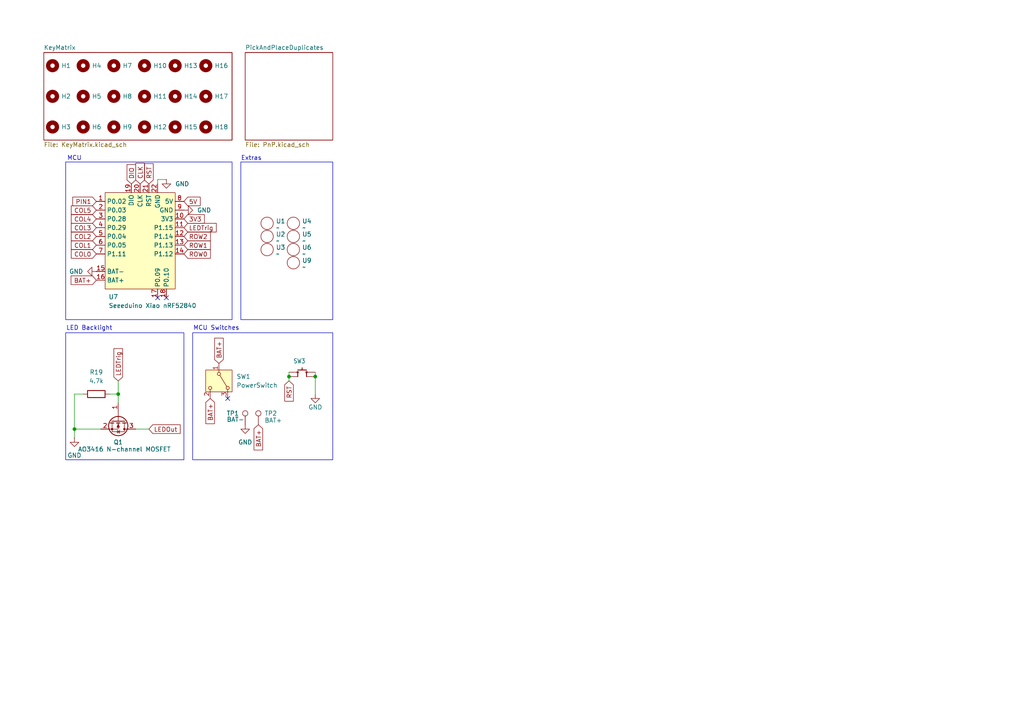
<source format=kicad_sch>
(kicad_sch (version 20231120) (generator "eeschema") (generator_version "8.0")
  (paper "A4")
  (lib_symbols
    (symbol "Connector:TestPoint" (pin_numbers hide) (pin_names (offset 0.762) hide)
      (property "Reference" "TP" (at 0 6.858 0))
      (property "Value" "TestPoint" (at 0 5.08 0))
      (symbol "TestPoint_0_1"
        (circle (center 0 3.302) (radius 0.762))
      )
      (symbol "TestPoint_1_1"
        (pin passive line (at 0 0 90) (length 2.54) (name "1") (number "1"))
      )
    )
    (symbol "Device:Q_NMOS_GSD" (pin_names (offset 0) hide)
      (property "Reference" "Q" (at 5.08 1.27 0))
      (property "Value" "Q_NMOS_GSD" (at 5.08 -1.27 0))
      (symbol "Q_NMOS_GSD_0_1"
        (polyline (pts (xy 0.254 0) (xy -2.54 0)))
        (polyline (pts (xy 0.254 1.905) (xy 0.254 -1.905)) (stroke (width 0.254)))
        (polyline (pts (xy 0.762 -1.27) (xy 0.762 -2.286)) (stroke (width 0.254)))
        (polyline (pts (xy 0.762 0.508) (xy 0.762 -0.508)) (stroke (width 0.254)))
        (polyline (pts (xy 0.762 2.286) (xy 0.762 1.27)) (stroke (width 0.254)))
        (polyline (pts (xy 2.54 2.54) (xy 2.54 1.778)))
        (polyline (pts (xy 2.54 -2.54) (xy 2.54 0) (xy 0.762 0)))
        (polyline (pts (xy 0.762 -1.778) (xy 3.302 -1.778) (xy 3.302 1.778) (xy 0.762 1.778)))
        (polyline (pts (xy 1.016 0) (xy 2.032 0.381) (xy 2.032 -0.381) (xy 1.016 0)) (fill (type outline)))
        (polyline (pts (xy 2.794 0.508) (xy 2.921 0.381) (xy 3.683 0.381) (xy 3.81 0.254)))
        (polyline (pts (xy 3.302 0.381) (xy 2.921 -0.254) (xy 3.683 -0.254) (xy 3.302 0.381)))
        (circle (center 1.651 0) (radius 2.794) (stroke (width 0.254)))
        (circle (center 2.54 -1.778) (radius 0.254) (fill (type outline)))
        (circle (center 2.54 1.778) (radius 0.254) (fill (type outline)))
      )
      (symbol "Q_NMOS_GSD_1_1"
        (pin input line (at -5.08 0 0) (length 2.54) (name "G") (number "1"))
        (pin passive line (at 2.54 -5.08 90) (length 2.54) (name "S") (number "2"))
        (pin passive line (at 2.54 5.08 270) (length 2.54) (name "D") (number "3"))
      )
    )
    (symbol "Mechanical:MountingHole" (pin_names (offset 1.016)) (exclude_from_sim yes) (in_bom no)
      (property "Reference" "H" (at 0 5.08 0))
      (property "Value" "MountingHole" (at 0 3.175 0))
      (symbol "MountingHole_0_1"
        (circle (center 0 0) (radius 1.27) (stroke (width 1.27)))
      )
    )
    (symbol "PCM_4ms_Resistor:10m_1206_250mW" (pin_numbers hide) (pin_names (offset 0))
      (property "Reference" "R" (at 2.032 0 90))
      (property "Display" "10mΩ/250mW" (at 3.81 0 90))
      (symbol "10m_1206_250mW_0_1"
        (rectangle (start -1.016 -2.54) (end 1.016 2.54) (stroke (width 0.254)))
      )
      (symbol "10m_1206_250mW_1_1"
        (pin passive line (at 0 3.81 270) (length 1.27) (name "~") (number "1"))
        (pin passive line (at 0 -3.81 90) (length 1.27) (name "~") (number "2"))
      )
    )
    (symbol "Seeed Studio XIAO nRF52840 v1.1-eagle-import:BUTTON-4P"
      (property "Reference" "K" (at -2.54 2.54 0))
      (symbol "BUTTON-4P_1_0"
        (circle (center -1.27 0) (radius 0.254))
        (polyline (pts (xy -1.27 -1.27) (xy -1.27 0)) (stroke (width 0.254)))
        (polyline (pts (xy -1.27 0.635) (xy 0 0.635)) (stroke (width 0.254)))
        (polyline (pts (xy 0 0.635) (xy 0 1.27)) (stroke (width 0.254)))
        (polyline (pts (xy 0 0.635) (xy 1.27 0.635)) (stroke (width 0.254)))
        (polyline (pts (xy 1.27 0) (xy 1.27 -1.27)) (stroke (width 0.254)))
        (circle (center 1.27 0) (radius 0.254))
        (pin bidirectional line (at -3.81 0 0) (length 2.54) (name "A0") (number "1"))
        (pin bidirectional line (at 3.81 0 180) (length 2.54) (name "B0") (number "2"))
        (pin bidirectional line (at -3.81 -1.27 0) (length 2.54) (name "A1") (number "3"))
        (pin bidirectional line (at 3.81 -1.27 180) (length 2.54) (name "B1") (number "4"))
      )
    )
    (symbol "Switch:SW_Wuerth_450301014042" (pin_names (offset 1) hide)
      (property "Reference" "SW" (at 0 5.08 0))
      (property "Value" "SW_Wuerth_450301014042" (at 0 -5.08 0))
      (symbol "SW_Wuerth_450301014042_0_1"
        (circle (center -2.032 0) (radius 0.4572))
        (polyline (pts (xy -1.651 0.254) (xy 1.651 2.286)))
        (circle (center 2.032 -2.54) (radius 0.4572))
        (circle (center 2.032 2.54) (radius 0.4572))
      )
      (symbol "SW_Wuerth_450301014042_1_1"
        (rectangle (start -3.175 3.81) (end 3.175 -3.81) (fill (type background)))
        (pin passive line (at -5.08 0 0) (length 2.54) (name "B") (number "1"))
        (pin passive line (at 5.08 -2.54 180) (length 2.54) (name "C") (number "2"))
        (pin passive line (at 5.08 2.54 180) (length 2.54) (name "A") (number "3"))
      )
    )
    (symbol "Trackpoint:Solder_Nut"
      (property "Reference" "U" (at 0 0 0))
      (symbol "Solder_Nut_0_1"
        (circle (center 0 0) (radius 1.7961))
      )
    )
    (symbol "power:GND" (power) (pin_numbers hide) (pin_names (offset 0) hide)
      (property "Value" "GND" (at 0 -3.81 0))
      (symbol "GND_0_1"
        (polyline (pts (xy 0 0) (xy 0 -1.27) (xy 1.27 -1.27) (xy 0 -2.54) (xy -1.27 -1.27) (xy 0 -1.27)))
      )
      (symbol "GND_1_1"
        (pin power_in line (at 0 0 270) (length 0) (name "~") (number "1"))
      )
    )
    (symbol "xiao_ble:Seeeduino_Xiao_nRF52840" (in_bom no)
      (property "Reference" "U" (at -10.16 -12.7 0))
      (property "Value" "Seeeduino Xiao nRF52840" (at -10.16 -15.24 0))
      (symbol "Seeeduino_Xiao_nRF52840_1_0"
        (pin bidirectional line (at -12.7 13.97 0) (length 2.54) (name "P0.02") (number "1"))
        (pin power_out line (at 12.7 8.89 180) (length 2.54) (name "3V3") (number "10"))
        (pin bidirectional line (at 12.7 6.35 180) (length 2.54) (name "P1.15") (number "11"))
        (pin bidirectional line (at 12.7 3.81 180) (length 2.54) (name "P1.14") (number "12"))
        (pin bidirectional line (at 12.7 1.27 180) (length 2.54) (name "P1.13") (number "13"))
        (pin bidirectional line (at 12.7 -1.27 180) (length 2.54) (name "P1.12") (number "14"))
        (pin power_in line (at -12.7 -6.35 0) (length 2.54) (name "BAT-") (number "15"))
        (pin power_in line (at -12.7 -8.89 0) (length 2.54) (name "BAT+") (number "16"))
        (pin bidirectional line (at 5.08 -13.97 90) (length 2.54) (name "P0.09") (number "17"))
        (pin bidirectional line (at 7.62 -13.97 90) (length 2.54) (name "P0.10") (number "18"))
        (pin bidirectional line (at -2.54 19.05 270) (length 2.54) (name "DIO") (number "19"))
        (pin bidirectional line (at -12.7 11.43 0) (length 2.54) (name "P0.03") (number "2"))
        (pin bidirectional line (at 0 19.05 270) (length 2.54) (name "CLK") (number "20"))
        (pin bidirectional line (at 2.54 19.05 270) (length 2.54) (name "RST") (number "21"))
        (pin power_out line (at 5.08 19.05 270) (length 2.54) (name "GND") (number "22"))
        (pin bidirectional line (at -12.7 8.89 0) (length 2.54) (name "P0.28") (number "3"))
        (pin bidirectional line (at -12.7 6.35 0) (length 2.54) (name "P0.29") (number "4"))
        (pin bidirectional line (at -12.7 3.81 0) (length 2.54) (name "P0.04") (number "5"))
        (pin bidirectional line (at -12.7 1.27 0) (length 2.54) (name "P0.05") (number "6"))
        (pin bidirectional line (at -12.7 -1.27 0) (length 2.54) (name "P1.11") (number "7"))
        (pin power_out line (at 12.7 13.97 180) (length 2.54) (name "5V") (number "8"))
        (pin power_out line (at 12.7 11.43 180) (length 2.54) (name "GND") (number "9"))
      )
      (symbol "Seeeduino_Xiao_nRF52840_1_1"
        (rectangle (start -10.16 16.51) (end 10.16 -11.43) (fill (type background)))
      )
    )
  )
  (junction (at 83.82 109.22))
  (junction (at 91.44 109.22))
  (junction (at 34.29 114.3))
  (junction (at 21.59 124.46))
  (no_connect (at 45.72 86.36))
  (no_connect (at 66.04 115.57))
  (no_connect (at 48.26 86.36))
  (wire (pts (xy 83.82 107.95) (xy 83.82 109.22)))
  (wire (pts (xy 91.44 109.22) (xy 91.44 107.95)))
  (wire (pts (xy 91.44 109.22) (xy 91.44 114.3)))
  (wire (pts (xy 34.29 114.3) (xy 34.29 116.84)))
  (wire (pts (xy 83.82 110.49) (xy 83.82 109.22)))
  (wire (pts (xy 34.29 110.49) (xy 34.29 114.3)))
  (wire (pts (xy 24.13 114.3) (xy 21.59 114.3)))
  (wire (pts (xy 21.59 124.46) (xy 29.21 124.46)))
  (wire (pts (xy 21.59 124.46) (xy 21.59 127)))
  (wire (pts (xy 48.26 52.07) (xy 45.72 52.07)))
  (wire (pts (xy 31.75 114.3) (xy 34.29 114.3)))
  (wire (pts (xy 21.59 114.3) (xy 21.59 124.46)))
  (wire (pts (xy 45.72 52.07) (xy 45.72 53.34)))
  (wire (pts (xy 39.37 124.46) (xy 43.18 124.46)))
  (rectangle (start 19.05 96.52) (end 53.34 133.35))
  (rectangle (start 19.05 46.99) (end 67.31 92.71))
  (rectangle (start 69.85 46.99) (end 96.52 92.71))
  (rectangle (start 55.88 96.52) (end 96.52 133.35))
  (text "LED Backlight" (at 25.908 95.25 0) (effects (font (size 1.27 1.27))))
  (text "MCU Switches" (at 62.738 95.25 0) (effects (font (size 1.27 1.27))))
  (text "MCU" (at 21.59 45.974 0) (effects (font (size 1.27 1.27))))
  (text "Extras" (at 72.898 45.974 0) (effects (font (size 1.27 1.27))))
  (global_label "LEDTrig" (shape input) (at 34.29 110.49 90) (property "Intersheetrefs" "${INTERSHEET_REFS}" (effects (hide yes))))
  (global_label "DIO" (shape input) (at 38.1 53.34 90) (property "Intersheetrefs" "${INTERSHEET_REFS}" (effects (hide yes))))
  (global_label "COL5" (shape input) (at 27.94 60.96 180) (property "Intersheetrefs" "${INTERSHEET_REFS}" (effects (hide yes))))
  (global_label "CLK" (shape input) (at 40.64 53.34 90) (property "Intersheetrefs" "${INTERSHEET_REFS}" (effects (hide yes))))
  (global_label "5V" (shape input) (at 53.34 58.42 0) (property "Intersheetrefs" "${INTERSHEET_REFS}" (effects (hide yes))))
  (global_label "COL1" (shape input) (at 27.94 71.12 180) (property "Intersheetrefs" "${INTERSHEET_REFS}" (effects (hide yes))))
  (global_label "ROW2" (shape input) (at 53.34 68.58 0) (property "Intersheetrefs" "${INTERSHEET_REFS}" (effects (hide yes))))
  (global_label "LEDOut" (shape input) (at 43.18 124.46 0) (property "Intersheetrefs" "${INTERSHEET_REFS}" (effects (hide yes))))
  (global_label "BAT+" (shape input) (at 74.93 123.19 270) (property "Intersheetrefs" "${INTERSHEET_REFS}" (effects (hide yes))))
  (global_label "BAT+" (shape input) (at 63.5 105.41 90) (property "Intersheetrefs" "${INTERSHEET_REFS}" (effects (hide yes))))
  (global_label "RST" (shape input) (at 83.82 110.49 270) (property "Intersheetrefs" "${INTERSHEET_REFS}" (effects (hide yes))))
  (global_label "ROW1" (shape input) (at 53.34 71.12 0) (property "Intersheetrefs" "${INTERSHEET_REFS}" (effects (hide yes))))
  (global_label "COL3" (shape input) (at 27.94 66.04 180) (property "Intersheetrefs" "${INTERSHEET_REFS}" (effects (hide yes))))
  (global_label "BAT+" (shape input) (at 27.94 81.28 180) (property "Intersheetrefs" "${INTERSHEET_REFS}" (effects (hide yes))))
  (global_label "RST" (shape input) (at 43.18 53.34 90) (property "Intersheetrefs" "${INTERSHEET_REFS}" (effects (hide yes))))
  (global_label "LEDTrig" (shape input) (at 53.34 66.04 0) (property "Intersheetrefs" "${INTERSHEET_REFS}" (effects (hide yes))))
  (global_label "ROW0" (shape input) (at 53.34 73.66 0) (property "Intersheetrefs" "${INTERSHEET_REFS}" (effects (hide yes))))
  (global_label "BAT+" (shape input) (at 60.96 115.57 270) (property "Intersheetrefs" "${INTERSHEET_REFS}" (effects (hide yes))))
  (global_label "COL0" (shape input) (at 27.94 73.66 180) (property "Intersheetrefs" "${INTERSHEET_REFS}" (effects (hide yes))))
  (global_label "PIN1" (shape input) (at 27.94 58.42 180) (property "Intersheetrefs" "${INTERSHEET_REFS}" (effects (hide yes))))
  (global_label "COL2" (shape input) (at 27.94 68.58 180) (property "Intersheetrefs" "${INTERSHEET_REFS}" (effects (hide yes))))
  (global_label "COL4" (shape input) (at 27.94 63.5 180) (property "Intersheetrefs" "${INTERSHEET_REFS}" (effects (hide yes))))
  (global_label "3V3" (shape input) (at 53.34 63.5 0) (property "Intersheetrefs" "${INTERSHEET_REFS}" (effects (hide yes))))
  (symbol (lib_id "Mechanical:MountingHole") (at 33.02 36.83 0) (unit 1) (exclude_from_sim yes) (in_bom no)
    (property "Reference" "H9" (at 35.56 36.8299 0) (effects (justify left)))
    (property "Value" "MountingHole" (effects (hide yes)))
    (property "Footprint" "Keyboard:Kailh_socket_PG1350_reversible_Holes" (effects (hide yes)))
    (property "Description" "Mounting Hole without connection" (effects (hide yes)))
  )
  (symbol (lib_id "Mechanical:MountingHole") (at 15.24 27.94 0) (unit 1) (exclude_from_sim yes) (in_bom no)
    (property "Reference" "H2" (at 17.78 27.9399 0) (effects (justify left)))
    (property "Value" "MountingHole" (effects (hide yes)))
    (property "Footprint" "Keyboard:Kailh_socket_PG1350_reversible_Holes" (effects (hide yes)))
    (property "Description" "Mounting Hole without connection" (effects (hide yes)))
  )
  (symbol (lib_id "power:GND") (at 71.12 123.19 0) (unit 1)
    (property "Reference" "#PWR04" (effects (hide yes)))
    (property "Value" "GND" (at 71.12 128.27 0))
    (property "Description" "Power symbol creates a global label with name \"GND\" , ground" (effects (hide yes)))
  )
  (symbol (lib_id "Switch:SW_Wuerth_450301014042") (at 63.5 110.49 270) (unit 1)
    (property "Reference" "SW1" (at 68.58 109.2199 90) (effects (justify left)))
    (property "Value" "PowerSwitch" (at 68.58 111.7599 90) (effects (justify left)))
    (property "Footprint" "Button_Switch_SMD:SW_SPDT_PCM12" (effects (hide yes)))
    (property "Datasheet" "https://www.we-online.com/components/products/datasheet/450301014042.pdf" (effects (hide yes)))
    (property "Description" "Switch slide, single pole double throw" (effects (hide yes)))
  )
  (symbol (lib_id "Mechanical:MountingHole") (at 59.69 27.94 0) (unit 1) (exclude_from_sim yes) (in_bom no)
    (property "Reference" "H17" (at 62.23 27.9399 0) (effects (justify left)))
    (property "Value" "MountingHole" (effects (hide yes)))
    (property "Footprint" "Keyboard:Kailh_socket_PG1350_reversible_Holes" (effects (hide yes)))
    (property "Description" "Mounting Hole without connection" (effects (hide yes)))
  )
  (symbol (lib_id "Mechanical:MountingHole") (at 41.91 19.05 0) (unit 1) (exclude_from_sim yes) (in_bom no)
    (property "Reference" "H10" (at 44.45 19.0499 0) (effects (justify left)))
    (property "Value" "MountingHole" (effects (hide yes)))
    (property "Footprint" "Keyboard:Kailh_socket_PG1350_reversible_Holes" (effects (hide yes)))
    (property "Description" "Mounting Hole without connection" (effects (hide yes)))
  )
  (symbol (lib_id "Mechanical:MountingHole") (at 50.8 27.94 0) (unit 1) (exclude_from_sim yes) (in_bom no)
    (property "Reference" "H14" (at 53.34 27.9399 0) (effects (justify left)))
    (property "Value" "MountingHole" (effects (hide yes)))
    (property "Footprint" "Keyboard:Kailh_socket_PG1350_reversible_Holes" (effects (hide yes)))
    (property "Description" "Mounting Hole without connection" (effects (hide yes)))
  )
  (symbol (lib_id "Device:Q_NMOS_GSD") (at 34.29 121.92 270) (unit 1)
    (property "Reference" "Q1" (at 34.29 128.27 90))
    (property "Value" "AO3416 N-channel MOSFET" (at 36.068 130.302 90))
    (property "Footprint" "Package_TO_SOT_SMD:SOT-23" (effects (hide yes)))
    (property "LCSC Part Number" "C479060" (effects (hide yes)))
    (property "MPN" "AO3416" (effects (hide yes)))
  )
  (symbol (lib_id "power:GND") (at 91.44 114.3 0) (unit 1)
    (property "Reference" "#PWR010" (effects (hide yes)))
    (property "Value" "GND" (at 89.408 118.11 0) (effects (justify left)))
    (property "Description" "Power symbol creates a global label with name \"GND\" , ground" (effects (hide yes)))
  )
  (symbol (lib_id "Mechanical:MountingHole") (at 33.02 27.94 0) (unit 1) (exclude_from_sim yes) (in_bom no)
    (property "Reference" "H8" (at 35.56 27.9399 0) (effects (justify left)))
    (property "Value" "MountingHole" (effects (hide yes)))
    (property "Footprint" "Keyboard:Kailh_socket_PG1350_reversible_Holes" (effects (hide yes)))
    (property "Description" "Mounting Hole without connection" (effects (hide yes)))
  )
  (symbol (lib_id "Mechanical:MountingHole") (at 15.24 19.05 0) (unit 1) (exclude_from_sim yes) (in_bom no)
    (property "Reference" "H1" (at 17.78 19.0499 0) (effects (justify left)))
    (property "Value" "MountingHole" (effects (hide yes)))
    (property "Footprint" "Keyboard:Kailh_socket_PG1350_reversible_Holes" (effects (hide yes)))
    (property "Description" "Mounting Hole without connection" (effects (hide yes)))
  )
  (symbol (lib_id "power:GND") (at 21.59 127 0) (unit 1)
    (property "Reference" "#PWR05" (effects (hide yes)))
    (property "Value" "GND" (at 21.59 132.08 0))
    (property "Description" "Power symbol creates a global label with name \"GND\" , ground" (effects (hide yes)))
  )
  (symbol (lib_id "Mechanical:MountingHole") (at 41.91 36.83 0) (unit 1) (exclude_from_sim yes) (in_bom no)
    (property "Reference" "H12" (at 44.45 36.8299 0) (effects (justify left)))
    (property "Value" "MountingHole" (effects (hide yes)))
    (property "Footprint" "Keyboard:Kailh_socket_PG1350_reversible_Holes" (effects (hide yes)))
    (property "Description" "Mounting Hole without connection" (effects (hide yes)))
  )
  (symbol (lib_id "Trackpoint:Solder_Nut") (at 77.47 68.58 0) (unit 1)
    (property "Reference" "U2" (at 80.01 67.9449 0) (effects (justify left)))
    (property "Value" "~" (at 80.01 69.85 0) (effects (justify left)))
    (property "Footprint" "Keyboard:Solder Nut" (effects (hide yes)))
  )
  (symbol (lib_id "PCM_4ms_Resistor:10m_1206_250mW") (at 27.94 114.3 90) (unit 1)
    (property "Reference" "R19" (at 27.94 107.95 90))
    (property "Value" "4.7k" (at 27.94 110.49 90))
    (property "Footprint" "Resistor_SMD:R_0402_1005Metric_Pad0.72x0.64mm_HandSolder" (effects (hide yes)))
    (property "Description" "10mΩ, 10mOhm, Min. 250mW, 100PPM/C" (effects (hide yes)))
    (property "Specifications" "10mΩ, 10mOhm, Min. 250mW, 100PPM/C" (effects (hide yes)))
    (property "Manufacturer" "Yageo" (effects (hide yes)))
    (property "Part Number" "PF1206FRF070R01L" (effects (hide yes)))
    (property "Display" "10mΩ/250mW" (effects (hide yes)))
    (property "JLCPCB ID" "C127703" (effects (hide yes)))
  )
  (symbol (lib_id "power:GND") (at 53.34 60.96 90) (unit 1)
    (property "Reference" "#PWR03" (effects (hide yes)))
    (property "Value" "GND" (at 57.15 60.9599 90) (effects (justify right)))
    (property "Description" "Power symbol creates a global label with name \"GND\" , ground" (effects (hide yes)))
  )
  (symbol (lib_id "Mechanical:MountingHole") (at 24.13 19.05 0) (unit 1) (exclude_from_sim yes) (in_bom no)
    (property "Reference" "H4" (at 26.67 19.0499 0) (effects (justify left)))
    (property "Value" "MountingHole" (effects (hide yes)))
    (property "Footprint" "Keyboard:Kailh_socket_PG1350_reversible_Holes" (effects (hide yes)))
    (property "Description" "Mounting Hole without connection" (effects (hide yes)))
  )
  (symbol (lib_id "Trackpoint:Solder_Nut") (at 85.09 72.39 0) (unit 1) (exclude_from_sim yes) (in_bom no)
    (property "Reference" "U6" (at 87.63 71.7549 0) (effects (justify left)))
    (property "Value" "~" (at 87.63 73.66 0) (effects (justify left)))
    (property "Footprint" "Art:Salt" (effects (hide yes)))
  )
  (symbol (lib_id "Connector:TestPoint") (at 74.93 123.19 0) (unit 1) (in_bom no)
    (property "Reference" "TP2" (at 76.708 119.888 0) (effects (justify left)))
    (property "Value" "BAT+" (at 76.708 121.92 0) (effects (justify left)))
    (property "Footprint" "TestPoint:TestPoint_THTPad_D2.0mm_Drill1.0mm" (effects (hide yes)))
    (property "Description" "test point" (effects (hide yes)))
  )
  (symbol (lib_id "power:GND") (at 48.26 52.07 0) (unit 1)
    (property "Reference" "#PWR02" (effects (hide yes)))
    (property "Value" "GND" (at 50.8 53.3399 0) (effects (justify left)))
    (property "Description" "Power symbol creates a global label with name \"GND\" , ground" (effects (hide yes)))
  )
  (symbol (lib_id "power:GND") (at 27.94 78.74 270) (unit 1)
    (property "Reference" "#PWR01" (effects (hide yes)))
    (property "Value" "GND" (at 24.13 78.7399 90) (effects (justify right)))
    (property "Description" "Power symbol creates a global label with name \"GND\" , ground" (effects (hide yes)))
  )
  (symbol (lib_id "Mechanical:MountingHole") (at 15.24 36.83 0) (unit 1) (exclude_from_sim yes) (in_bom no)
    (property "Reference" "H3" (at 17.78 36.8299 0) (effects (justify left)))
    (property "Value" "MountingHole" (effects (hide yes)))
    (property "Footprint" "Keyboard:Kailh_socket_PG1350_reversible_Holes" (effects (hide yes)))
    (property "Description" "Mounting Hole without connection" (effects (hide yes)))
  )
  (symbol (lib_id "Trackpoint:Solder_Nut") (at 85.09 68.58 0) (unit 1)
    (property "Reference" "U5" (at 87.63 67.9449 0) (effects (justify left)))
    (property "Value" "~" (at 87.63 69.85 0) (effects (justify left)))
    (property "Footprint" "Keyboard:Solder Nut" (effects (hide yes)))
  )
  (symbol (lib_id "Mechanical:MountingHole") (at 59.69 19.05 0) (unit 1) (exclude_from_sim yes) (in_bom no)
    (property "Reference" "H16" (at 62.23 19.0499 0) (effects (justify left)))
    (property "Value" "MountingHole" (effects (hide yes)))
    (property "Footprint" "Keyboard:Kailh_socket_PG1350_reversible_Holes" (effects (hide yes)))
    (property "Description" "Mounting Hole without connection" (effects (hide yes)))
  )
  (symbol (lib_id "Mechanical:MountingHole") (at 41.91 27.94 0) (unit 1) (exclude_from_sim yes) (in_bom no)
    (property "Reference" "H11" (at 44.45 27.9399 0) (effects (justify left)))
    (property "Value" "MountingHole" (effects (hide yes)))
    (property "Footprint" "Keyboard:Kailh_socket_PG1350_reversible_Holes" (effects (hide yes)))
    (property "Description" "Mounting Hole without connection" (effects (hide yes)))
  )
  (symbol (lib_id "Mechanical:MountingHole") (at 24.13 36.83 0) (unit 1) (exclude_from_sim yes) (in_bom no)
    (property "Reference" "H6" (at 26.67 36.8299 0) (effects (justify left)))
    (property "Value" "MountingHole" (effects (hide yes)))
    (property "Footprint" "Keyboard:Kailh_socket_PG1350_reversible_Holes" (effects (hide yes)))
    (property "Description" "Mounting Hole without connection" (effects (hide yes)))
  )
  (symbol (lib_id "Trackpoint:Solder_Nut") (at 85.09 76.2 0) (unit 1) (exclude_from_sim yes) (in_bom no)
    (property "Reference" "U9" (at 87.63 75.5649 0) (effects (justify left)))
    (property "Value" "~" (at 87.63 77.47 0) (effects (justify left)))
    (property "Footprint" "Art:Salt" (effects (hide yes)))
  )
  (symbol (lib_id "xiao_ble:Seeeduino_Xiao_nRF52840") (at 40.64 72.39 0) (unit 1) (in_bom no)
    (property "Reference" "U7" (at 31.496 86.106 0) (effects (justify left)))
    (property "Value" "Seeeduino Xiao nRF52840" (at 31.496 88.646 0) (effects (justify left)))
    (property "Footprint" "Keyboard:XIAO-nRF52840-Sense-14P-2.54-21X17.8MM" (effects (hide yes)))
    (property "Description" "Symbol for a Seeeduino Xiao nRF52840" (effects (hide yes)))
  )
  (symbol (lib_id "Mechanical:MountingHole") (at 24.13 27.94 0) (unit 1) (exclude_from_sim yes) (in_bom no)
    (property "Reference" "H5" (at 26.67 27.9399 0) (effects (justify left)))
    (property "Value" "MountingHole" (effects (hide yes)))
    (property "Footprint" "Keyboard:Kailh_socket_PG1350_reversible_Holes" (effects (hide yes)))
    (property "Description" "Mounting Hole without connection" (effects (hide yes)))
  )
  (symbol (lib_id "Mechanical:MountingHole") (at 50.8 36.83 0) (unit 1) (exclude_from_sim yes) (in_bom no)
    (property "Reference" "H15" (at 53.34 36.8299 0) (effects (justify left)))
    (property "Value" "MountingHole" (effects (hide yes)))
    (property "Footprint" "Keyboard:Kailh_socket_PG1350_reversible_Holes" (effects (hide yes)))
    (property "Description" "Mounting Hole without connection" (effects (hide yes)))
  )
  (symbol (lib_id "Connector:TestPoint") (at 71.12 123.19 0) (unit 1) (in_bom no)
    (property "Reference" "TP1" (at 69.342 119.888 0) (effects (justify right)))
    (property "Value" "BAT-" (at 70.866 121.666 0) (effects (justify right)))
    (property "Footprint" "TestPoint:TestPoint_THTPad_2.0x2.0mm_Drill1.0mm" (effects (hide yes)))
    (property "Description" "test point" (effects (hide yes)))
  )
  (symbol (lib_id "Trackpoint:Solder_Nut") (at 85.09 64.77 0) (unit 1)
    (property "Reference" "U4" (at 87.63 64.1349 0) (effects (justify left)))
    (property "Value" "~" (at 87.63 66.04 0) (effects (justify left)))
    (property "Footprint" "Keyboard:Solder Nut" (effects (hide yes)))
  )
  (symbol (lib_id "Mechanical:MountingHole") (at 59.69 36.83 0) (unit 1) (exclude_from_sim yes) (in_bom no)
    (property "Reference" "H18" (at 62.23 36.8299 0) (effects (justify left)))
    (property "Value" "MountingHole" (effects (hide yes)))
    (property "Footprint" "Keyboard:Kailh_socket_PG1350_reversible_Holes" (effects (hide yes)))
    (property "Description" "Mounting Hole without connection" (effects (hide yes)))
  )
  (symbol (lib_id "Mechanical:MountingHole") (at 50.8 19.05 0) (unit 1) (exclude_from_sim yes) (in_bom no)
    (property "Reference" "H13" (at 53.34 19.0499 0) (effects (justify left)))
    (property "Value" "MountingHole" (effects (hide yes)))
    (property "Footprint" "Keyboard:Kailh_socket_PG1350_reversible_Holes" (effects (hide yes)))
    (property "Description" "Mounting Hole without connection" (effects (hide yes)))
  )
  (symbol (lib_id "Trackpoint:Solder_Nut") (at 77.47 64.77 0) (unit 1)
    (property "Reference" "U1" (at 80.01 64.1349 0) (effects (justify left)))
    (property "Value" "~" (at 80.01 66.04 0) (effects (justify left)))
    (property "Footprint" "Keyboard:Solder Nut" (effects (hide yes)))
  )
  (symbol (lib_id "Mechanical:MountingHole") (at 33.02 19.05 0) (unit 1) (exclude_from_sim yes) (in_bom no)
    (property "Reference" "H7" (at 35.56 19.0499 0) (effects (justify left)))
    (property "Value" "MountingHole" (effects (hide yes)))
    (property "Footprint" "Keyboard:Kailh_socket_PG1350_reversible_Holes" (effects (hide yes)))
    (property "Description" "Mounting Hole without connection" (effects (hide yes)))
  )
  (symbol (lib_id "Seeed Studio XIAO nRF52840 v1.1-eagle-import:BUTTON-4P") (at 87.63 107.95 0) (unit 1)
    (property "Reference" "SW3" (at 85.09 105.41 0) (effects (font (size 1.27 1.0795)) (justify left bottom)))
    (property "Value" "BUTTON-4P" (effects (hide yes)))
    (property "Footprint" "Keyboard:SW4-SMD-2.8-2.6X1.6X0.53MM" (effects (hide yes)))
  )
  (symbol (lib_id "Trackpoint:Solder_Nut") (at 77.47 72.39 0) (unit 1)
    (property "Reference" "U3" (at 80.01 71.7549 0) (effects (justify left)))
    (property "Value" "~" (at 80.01 73.66 0) (effects (justify left)))
    (property "Footprint" "Keyboard:Solder Nut" (effects (hide yes)))
  )
  (sheet (at 71.12 15.24) (size 25.4 25.4) (stroke (width 0.1524))
    (property "Sheetname" "PickAndPlaceDuplicates" (at 71.12 14.5284 0) (effects (justify left bottom)))
    (property "Sheetfile" "PnP.kicad_sch" (at 71.12 41.2246 0) (effects (justify left top)))
  )
  (sheet (at 12.7 15.24) (size 54.61 25.4) (stroke (width 0.1524))
    (property "Sheetname" "KeyMatrix" (at 12.7 14.5284 0) (effects (justify left bottom)))
    (property "Sheetfile" "KeyMatrix.kicad_sch" (at 12.7 41.2246 0) (effects (justify left top)))
  )
)
</source>
